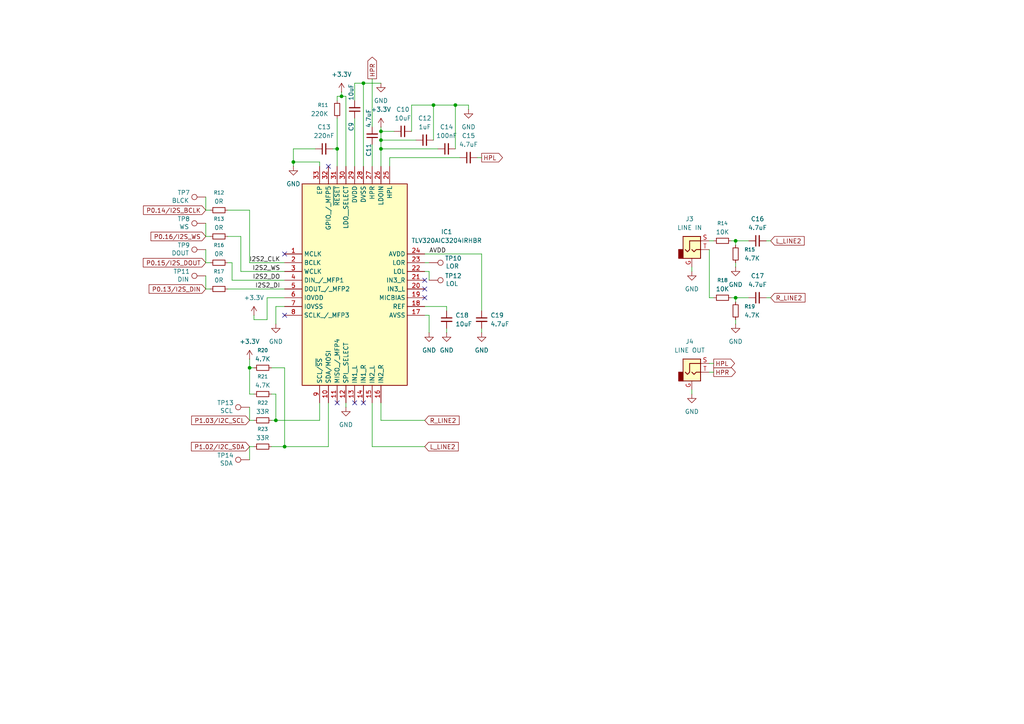
<source format=kicad_sch>
(kicad_sch (version 20250114) (generator "eeschema") (generator_version "9.0")
  (paper "A4")
  (lib_symbols
    (symbol "Connector:TestPoint" (pin_numbers (hide yes)) (pin_names (offset 0.762) (hide yes))
      (property "Reference" "TP" (at 0 6.858 0))
      (property "Value" "TestPoint" (at 0 5.08 0))
      (symbol "TestPoint_0_1"
        (circle (center 0 3.302) (radius 0.762))
      )
      (symbol "TestPoint_1_1"
        (pin passive line (at 0 0 90) (length 2.54) (name "1") (number "1"))
      )
    )
    (symbol "Connector_Audio:AudioJack2_Ground"
      (property "Reference" "J" (at 0 8.89 0))
      (property "Value" "AudioJack2_Ground" (at 0 6.35 0))
      (symbol "AudioJack2_Ground_0_1"
        (rectangle (start -2.54 -2.54) (end -3.81 0) (stroke (width 0.254)) (fill (type outline)))
        (polyline (pts (xy 0 0) (xy 0.635 -0.635) (xy 1.27 0) (xy 2.54 0)) (stroke (width 0.254)))
        (rectangle (start 2.54 3.81) (end -2.54 -2.54) (stroke (width 0.254)) (fill (type background)))
        (polyline (pts (xy 2.54 2.54) (xy -0.635 2.54) (xy -0.635 0) (xy -1.27 -0.635) (xy -1.905 0)) (stroke (width 0.254)))
      )
      (symbol "AudioJack2_Ground_1_1"
        (pin passive line (at 0 -5.08 90) (length 2.54) (name "~") (number "G"))
        (pin passive line (at 5.08 2.54 180) (length 2.54) (name "~") (number "S"))
        (pin passive line (at 5.08 0 180) (length 2.54) (name "~") (number "T"))
      )
    )
    (symbol "Device:C_Small" (pin_numbers (hide yes)) (pin_names (offset 0.254) (hide yes))
      (property "Reference" "C" (at 0.254 1.778 0))
      (property "Value" "C_Small" (at 0.254 -2.032 0))
      (symbol "C_Small_0_1"
        (polyline (pts (xy -1.524 0.508) (xy 1.524 0.508)) (stroke (width 0.3048)))
        (polyline (pts (xy -1.524 -0.508) (xy 1.524 -0.508)) (stroke (width 0.3302)))
      )
      (symbol "C_Small_1_1"
        (pin passive line (at 0 2.54 270) (length 2.032) (name "~") (number "1"))
        (pin passive line (at 0 -2.54 90) (length 2.032) (name "~") (number "2"))
      )
    )
    (symbol "Device:R_Small" (pin_numbers (hide yes)) (pin_names (offset 0.254) (hide yes))
      (property "Reference" "R" (at 0 0 90))
      (property "Value" "R_Small" (at 1.778 0 90))
      (symbol "R_Small_0_1"
        (rectangle (start -0.762 1.778) (end 0.762 -1.778) (stroke (width 0.2032)))
      )
      (symbol "R_Small_1_1"
        (pin passive line (at 0 2.54 270) (length 0.762) (name "~") (number "1"))
        (pin passive line (at 0 -2.54 90) (length 0.762) (name "~") (number "2"))
      )
    )
    (symbol "TLV320AIC3204IRHBR:TLV320AIC3204IRHBR"
      (property "Reference" "IC" (at 36.83 25.4 0))
      (property "Value" "TLV320AIC3204IRHBR" (at 36.83 22.86 0))
      (symbol "TLV320AIC3204IRHBR_1_1"
        (rectangle (start 5.08 20.32) (end 35.56 -38.1) (stroke (width 0.254)) (fill (type background)))
        (pin passive line (at 0 0 0) (length 5.08) (name "MCLK") (number "1"))
        (pin passive line (at 0 -2.54 0) (length 5.08) (name "BCLK") (number "2"))
        (pin passive line (at 0 -5.08 0) (length 5.08) (name "WCLK") (number "3"))
        (pin passive line (at 0 -7.62 0) (length 5.08) (name "DIN_/_MFP1") (number "4"))
        (pin passive line (at 0 -10.16 0) (length 5.08) (name "DOUT_/_MFP2") (number "5"))
        (pin passive line (at 0 -12.7 0) (length 5.08) (name "IOVDD") (number "6"))
        (pin passive line (at 0 -15.24 0) (length 5.08) (name "IOVSS") (number "7"))
        (pin passive line (at 0 -17.78 0) (length 5.08) (name "SCLK_/_MFP3") (number "8"))
        (pin passive line (at 10.16 25.4 270) (length 5.08) (name "EP") (number "33"))
        (pin passive line (at 10.16 -43.18 90) (length 5.08) (name "SCL/~{SS}") (number "9"))
        (pin passive line (at 12.7 25.4 270) (length 5.08) (name "GPIO_/_MFP5") (number "32"))
        (pin passive line (at 12.7 -43.18 90) (length 5.08) (name "SDA/MOSI") (number "10"))
        (pin passive line (at 15.24 25.4 270) (length 5.08) (name "~{RESET}") (number "31"))
        (pin passive line (at 15.24 -43.18 90) (length 5.08) (name "MISO_/_MFP4") (number "11"))
        (pin passive line (at 17.78 25.4 270) (length 5.08) (name "LDO__SELECT") (number "30"))
        (pin passive line (at 17.78 -43.18 90) (length 5.08) (name "SPI__SELECT") (number "12"))
        (pin passive line (at 20.32 25.4 270) (length 5.08) (name "DVDD") (number "29"))
        (pin passive line (at 20.32 -43.18 90) (length 5.08) (name "IN1_L") (number "13"))
        (pin passive line (at 22.86 25.4 270) (length 5.08) (name "DVSS") (number "28"))
        (pin passive line (at 22.86 -43.18 90) (length 5.08) (name "IN1_R") (number "14"))
        (pin passive line (at 25.4 25.4 270) (length 5.08) (name "HPR") (number "27"))
        (pin passive line (at 25.4 -43.18 90) (length 5.08) (name "IN2_L") (number "15"))
        (pin passive line (at 27.94 25.4 270) (length 5.08) (name "LDOIN") (number "26"))
        (pin passive line (at 27.94 -43.18 90) (length 5.08) (name "IN2_R") (number "16"))
        (pin passive line (at 30.48 25.4 270) (length 5.08) (name "HPL") (number "25"))
        (pin passive line (at 40.64 0 180) (length 5.08) (name "AVDD") (number "24"))
        (pin passive line (at 40.64 -2.54 180) (length 5.08) (name "LOR") (number "23"))
        (pin passive line (at 40.64 -5.08 180) (length 5.08) (name "LOL") (number "22"))
        (pin passive line (at 40.64 -7.62 180) (length 5.08) (name "IN3_R") (number "21"))
        (pin passive line (at 40.64 -10.16 180) (length 5.08) (name "IN3_L") (number "20"))
        (pin passive line (at 40.64 -12.7 180) (length 5.08) (name "MICBIAS") (number "19"))
        (pin passive line (at 40.64 -15.24 180) (length 5.08) (name "REF") (number "18"))
        (pin passive line (at 40.64 -17.78 180) (length 5.08) (name "AVSS") (number "17"))
      )
    )
    (symbol "power:+3.3V" (power) (pin_numbers (hide yes)) (pin_names (offset 0) (hide yes))
      (property "Value" "+3.3V" (at 0 3.556 0))
      (symbol "+3.3V_0_1"
        (polyline (pts (xy -0.762 1.27) (xy 0 2.54)))
        (polyline (pts (xy 0 2.54) (xy 0.762 1.27)))
        (polyline (pts (xy 0 0) (xy 0 2.54)))
      )
      (symbol "+3.3V_1_1"
        (pin power_in line (at 0 0 90) (length 0) (name "~") (number "1"))
      )
    )
    (symbol "power:GND" (power) (pin_numbers (hide yes)) (pin_names (offset 0) (hide yes))
      (property "Value" "GND" (at 0 -3.81 0))
      (symbol "GND_0_1"
        (polyline (pts (xy 0 0) (xy 0 -1.27) (xy 1.27 -1.27) (xy 0 -2.54) (xy -1.27 -1.27) (xy 0 -1.27)))
      )
      (symbol "GND_1_1"
        (pin power_in line (at 0 0 270) (length 0) (name "~") (number "1"))
      )
    )
  )
  (junction (at 105.41 24.13))
  (junction (at 99.06 27.94))
  (junction (at 110.49 38.1))
  (junction (at 85.09 46.99))
  (junction (at 80.01 121.92))
  (junction (at 213.36 69.85))
  (junction (at 125.73 30.48))
  (junction (at 110.49 40.64))
  (junction (at 97.79 43.18))
  (junction (at 110.49 43.18))
  (junction (at 72.39 106.68))
  (junction (at 82.55 129.54))
  (junction (at 213.36 86.36))
  (junction (at 132.08 30.48))
  (no_connect (at 102.87 116.84))
  (no_connect (at 82.55 91.44))
  (no_connect (at 123.19 86.36))
  (no_connect (at 82.55 73.66))
  (no_connect (at 95.25 48.26))
  (no_connect (at 123.19 81.28))
  (no_connect (at 97.79 116.84))
  (no_connect (at 123.19 83.82))
  (no_connect (at 105.41 116.84))
  (wire (pts (xy 132.08 30.48) (xy 135.89 30.48)))
  (wire (pts (xy 102.87 34.29) (xy 102.87 48.26)))
  (wire (pts (xy 100.33 27.94) (xy 99.06 27.94)))
  (wire (pts (xy 73.66 92.71) (xy 77.47 92.71)))
  (wire (pts (xy 222.25 86.36) (xy 223.52 86.36)))
  (wire (pts (xy 105.41 24.13) (xy 110.49 24.13)))
  (wire (pts (xy 69.85 78.74) (xy 82.55 78.74)))
  (wire (pts (xy 66.04 60.96) (xy 72.39 60.96)))
  (wire (pts (xy 91.44 43.18) (xy 85.09 43.18)))
  (wire (pts (xy 102.87 29.21) (xy 102.87 24.13)))
  (wire (pts (xy 113.03 45.72) (xy 113.03 48.26)))
  (wire (pts (xy 72.39 114.3) (xy 73.66 114.3)))
  (wire (pts (xy 129.54 95.25) (xy 129.54 96.52)))
  (wire (pts (xy 100.33 116.84) (xy 100.33 118.11)))
  (wire (pts (xy 59.69 68.58) (xy 60.96 68.58)))
  (wire (pts (xy 66.04 76.2) (xy 67.31 76.2)))
  (wire (pts (xy 66.04 68.58) (xy 69.85 68.58)))
  (wire (pts (xy 123.19 76.2) (xy 124.46 76.2)))
  (wire (pts (xy 100.33 48.26) (xy 100.33 27.94)))
  (wire (pts (xy 92.71 46.99) (xy 85.09 46.99)))
  (wire (pts (xy 213.36 76.2) (xy 213.36 77.47)))
  (wire (pts (xy 66.04 83.82) (xy 82.55 83.82)))
  (wire (pts (xy 59.69 64.77) (xy 59.69 68.58)))
  (wire (pts (xy 110.49 40.64) (xy 120.65 40.64)))
  (wire (pts (xy 213.36 92.71) (xy 213.36 93.98)))
  (wire (pts (xy 73.66 91.44) (xy 73.66 92.71)))
  (wire (pts (xy 124.46 78.74) (xy 124.46 81.28)))
  (wire (pts (xy 133.35 45.72) (xy 113.03 45.72)))
  (wire (pts (xy 92.71 48.26) (xy 92.71 46.99)))
  (wire (pts (xy 213.36 86.36) (xy 212.09 86.36)))
  (wire (pts (xy 124.46 91.44) (xy 124.46 96.52)))
  (wire (pts (xy 205.74 69.85) (xy 207.01 69.85)))
  (wire (pts (xy 92.71 121.92) (xy 80.01 121.92)))
  (wire (pts (xy 107.95 22.86) (xy 107.95 36.83)))
  (wire (pts (xy 78.74 106.68) (xy 82.55 106.68)))
  (wire (pts (xy 59.69 80.01) (xy 59.69 83.82)))
  (wire (pts (xy 97.79 48.26) (xy 97.79 43.18)))
  (wire (pts (xy 82.55 106.68) (xy 82.55 129.54)))
  (wire (pts (xy 125.73 30.48) (xy 125.73 40.64)))
  (wire (pts (xy 123.19 73.66) (xy 139.7 73.66)))
  (wire (pts (xy 200.66 77.47) (xy 200.66 78.74)))
  (wire (pts (xy 123.19 78.74) (xy 124.46 78.74)))
  (wire (pts (xy 92.71 116.84) (xy 92.71 121.92)))
  (wire (pts (xy 77.47 86.36) (xy 77.47 92.71)))
  (wire (pts (xy 80.01 88.9) (xy 80.01 93.98)))
  (wire (pts (xy 119.38 30.48) (xy 125.73 30.48)))
  (wire (pts (xy 123.19 129.54) (xy 107.95 129.54)))
  (wire (pts (xy 125.73 30.48) (xy 132.08 30.48)))
  (wire (pts (xy 110.49 36.83) (xy 110.49 38.1)))
  (wire (pts (xy 123.19 88.9) (xy 129.54 88.9)))
  (wire (pts (xy 99.06 27.94) (xy 97.79 27.94)))
  (wire (pts (xy 99.06 26.67) (xy 99.06 27.94)))
  (wire (pts (xy 110.49 43.18) (xy 127 43.18)))
  (wire (pts (xy 82.55 88.9) (xy 80.01 88.9)))
  (wire (pts (xy 82.55 129.54) (xy 78.74 129.54)))
  (wire (pts (xy 213.36 87.63) (xy 213.36 86.36)))
  (wire (pts (xy 59.69 60.96) (xy 60.96 60.96)))
  (wire (pts (xy 95.25 116.84) (xy 95.25 129.54)))
  (wire (pts (xy 72.39 121.92) (xy 73.66 121.92)))
  (wire (pts (xy 123.19 91.44) (xy 124.46 91.44)))
  (wire (pts (xy 110.49 38.1) (xy 114.3 38.1)))
  (wire (pts (xy 213.36 86.36) (xy 217.17 86.36)))
  (wire (pts (xy 205.74 72.39) (xy 205.74 86.36)))
  (wire (pts (xy 72.39 129.54) (xy 72.39 133.35)))
  (wire (pts (xy 59.69 72.39) (xy 59.69 76.2)))
  (wire (pts (xy 213.36 69.85) (xy 217.17 69.85)))
  (wire (pts (xy 59.69 83.82) (xy 60.96 83.82)))
  (wire (pts (xy 97.79 43.18) (xy 96.52 43.18)))
  (wire (pts (xy 85.09 46.99) (xy 85.09 48.26)))
  (wire (pts (xy 85.09 43.18) (xy 85.09 46.99)))
  (wire (pts (xy 97.79 34.29) (xy 97.79 43.18)))
  (wire (pts (xy 123.19 121.92) (xy 110.49 121.92)))
  (wire (pts (xy 80.01 121.92) (xy 78.74 121.92)))
  (wire (pts (xy 67.31 76.2) (xy 67.31 81.28)))
  (wire (pts (xy 80.01 114.3) (xy 80.01 121.92)))
  (wire (pts (xy 205.74 107.95) (xy 207.01 107.95)))
  (wire (pts (xy 139.7 95.25) (xy 139.7 96.52)))
  (wire (pts (xy 205.74 86.36) (xy 207.01 86.36)))
  (wire (pts (xy 72.39 106.68) (xy 73.66 106.68)))
  (wire (pts (xy 59.69 57.15) (xy 59.69 60.96)))
  (wire (pts (xy 110.49 38.1) (xy 110.49 40.64)))
  (wire (pts (xy 132.08 30.48) (xy 132.08 43.18)))
  (wire (pts (xy 138.43 45.72) (xy 139.7 45.72)))
  (wire (pts (xy 72.39 118.11) (xy 72.39 121.92)))
  (wire (pts (xy 222.25 69.85) (xy 223.52 69.85)))
  (wire (pts (xy 213.36 69.85) (xy 213.36 71.12)))
  (wire (pts (xy 67.31 81.28) (xy 82.55 81.28)))
  (wire (pts (xy 139.7 73.66) (xy 139.7 90.17)))
  (wire (pts (xy 72.39 60.96) (xy 72.39 76.2)))
  (wire (pts (xy 59.69 76.2) (xy 60.96 76.2)))
  (wire (pts (xy 110.49 121.92) (xy 110.49 116.84)))
  (wire (pts (xy 105.41 24.13) (xy 105.41 48.26)))
  (wire (pts (xy 78.74 114.3) (xy 80.01 114.3)))
  (wire (pts (xy 135.89 30.48) (xy 135.89 31.75)))
  (wire (pts (xy 110.49 40.64) (xy 110.49 43.18)))
  (wire (pts (xy 72.39 106.68) (xy 72.39 114.3)))
  (wire (pts (xy 72.39 76.2) (xy 82.55 76.2)))
  (wire (pts (xy 77.47 86.36) (xy 82.55 86.36)))
  (wire (pts (xy 107.95 129.54) (xy 107.95 116.84)))
  (wire (pts (xy 200.66 113.03) (xy 200.66 114.3)))
  (wire (pts (xy 72.39 129.54) (xy 73.66 129.54)))
  (wire (pts (xy 119.38 38.1) (xy 119.38 30.48)))
  (wire (pts (xy 110.49 43.18) (xy 110.49 48.26)))
  (wire (pts (xy 212.09 69.85) (xy 213.36 69.85)))
  (wire (pts (xy 97.79 27.94) (xy 97.79 29.21)))
  (wire (pts (xy 69.85 68.58) (xy 69.85 78.74)))
  (wire (pts (xy 205.74 105.41) (xy 207.01 105.41)))
  (wire (pts (xy 72.39 104.14) (xy 72.39 106.68)))
  (wire (pts (xy 95.25 129.54) (xy 82.55 129.54)))
  (wire (pts (xy 107.95 41.91) (xy 107.95 48.26)))
  (wire (pts (xy 102.87 24.13) (xy 105.41 24.13)))
  (wire (pts (xy 129.54 88.9) (xy 129.54 90.17)))
  (label "I2S2_WS" (at 81.28 78.74 180))
  (label "I2S2_CLK" (at 81.28 76.2 180))
  (label "AVDD" (at 124.46 73.66 0))
  (label "I2S2_DI" (at 81.28 83.82 180))
  (label "I2S2_DO" (at 81.28 81.28 180))
  (global_label "P1.02{slash}I2C_SDA" (shape input) (at 72.39 129.54 180) (property "Intersheetrefs" "${INTERSHEET_REFS}" (effects (hide yes))))
  (global_label "P1.03{slash}I2C_SCL" (shape input) (at 72.39 121.92 180) (property "Intersheetrefs" "${INTERSHEET_REFS}" (effects (hide yes))))
  (global_label "R_LINE2" (shape input) (at 223.52 86.36 0) (property "Intersheetrefs" "${INTERSHEET_REFS}" (effects (hide yes))))
  (global_label "L_LINE2" (shape input) (at 223.52 69.85 0) (property "Intersheetrefs" "${INTERSHEET_REFS}" (effects (hide yes))))
  (global_label "HPR" (shape output) (at 107.95 22.86 90) (property "Intersheetrefs" "${INTERSHEET_REFS}" (effects (hide yes))))
  (global_label "L_LINE2" (shape input) (at 123.19 129.54 0) (property "Intersheetrefs" "${INTERSHEET_REFS}" (effects (hide yes))))
  (global_label "P0.14{slash}I2S_BCLK" (shape input) (at 59.69 60.96 180) (property "Intersheetrefs" "${INTERSHEET_REFS}" (effects (hide yes))))
  (global_label "P0.13{slash}I2S_DIN" (shape input) (at 59.69 83.82 180) (property "Intersheetrefs" "${INTERSHEET_REFS}" (effects (hide yes))))
  (global_label "R_LINE2" (shape input) (at 123.19 121.92 0) (property "Intersheetrefs" "${INTERSHEET_REFS}" (effects (hide yes))))
  (global_label "HPL" (shape output) (at 139.7 45.72 0) (property "Intersheetrefs" "${INTERSHEET_REFS}" (effects (hide yes))))
  (global_label "P0.15{slash}I2S_DOUT" (shape input) (at 59.69 76.2 180) (property "Intersheetrefs" "${INTERSHEET_REFS}" (effects (hide yes))))
  (global_label "HPL" (shape output) (at 207.01 105.41 0) (property "Intersheetrefs" "${INTERSHEET_REFS}" (effects (hide yes))))
  (global_label "HPR" (shape output) (at 207.01 107.95 0) (property "Intersheetrefs" "${INTERSHEET_REFS}" (effects (hide yes))))
  (global_label "P0.16{slash}I2S_WS" (shape input) (at 59.69 68.58 180) (property "Intersheetrefs" "${INTERSHEET_REFS}" (effects (hide yes))))
  (symbol (lib_id "Device:R_Small") (at 76.2 129.54 90) (unit 1)
    (property "Reference" "R23" (at 76.2 124.46 90) (effects (font (size 1.016 1.016))))
    (property "Value" "33R" (at 76.2 127 90))
    (property "Footprint" "Resistor_SMD:R_0603_1608Metric_Pad0.98x0.95mm_HandSolder" (effects (hide yes)))
    (property "Description" "Resistor, small symbol" (effects (hide yes)))
  )
  (symbol (lib_id "Device:C_Small") (at 93.98 43.18 90) (unit 1)
    (property "Reference" "C13" (at 93.9863 36.83 90))
    (property "Value" "220nF" (at 93.9863 39.37 90))
    (property "Footprint" "Capacitor_SMD:C_0603_1608Metric_Pad1.08x0.95mm_HandSolder" (effects (hide yes)))
    (property "Description" "Unpolarized capacitor, small symbol" (effects (hide yes)))
  )
  (symbol (lib_id "power:GND") (at 85.09 48.26 0) (unit 1)
    (property "Reference" "#PWR024" (effects (hide yes)))
    (property "Value" "GND" (at 85.09 53.34 0))
    (property "Description" "Power symbol creates a global label with name \"GND\" , ground" (effects (hide yes)))
  )
  (symbol (lib_id "Device:R_Small") (at 63.5 83.82 90) (unit 1)
    (property "Reference" "R17" (at 63.5 78.74 90) (effects (font (size 1.016 1.016))))
    (property "Value" "0R" (at 63.5 81.28 90))
    (property "Footprint" "Resistor_SMD:R_0603_1608Metric_Pad0.98x0.95mm_HandSolder" (effects (hide yes)))
    (property "Description" "Resistor, small symbol" (effects (hide yes)))
  )
  (symbol (lib_id "Connector:TestPoint") (at 59.69 64.77 90) (unit 1)
    (property "Reference" "TP8" (at 55.118 63.5 90) (effects (justify left)))
    (property "Value" "WS" (at 54.864 65.786 90) (effects (justify left)))
    (property "Footprint" "TestPoint:TestPoint_THTPad_1.0x1.0mm_Drill0.5mm" (effects (hide yes)))
    (property "Description" "test point" (effects (hide yes)))
  )
  (symbol (lib_id "Device:R_Small") (at 63.5 60.96 90) (unit 1)
    (property "Reference" "R12" (at 63.5 55.88 90) (effects (font (size 1.016 1.016))))
    (property "Value" "0R" (at 63.5 58.42 90))
    (property "Footprint" "Resistor_SMD:R_0603_1608Metric_Pad0.98x0.95mm_HandSolder" (effects (hide yes)))
    (property "Description" "Resistor, small symbol" (effects (hide yes)))
  )
  (symbol (lib_id "power:+3.3V") (at 72.39 104.14 0) (unit 1)
    (property "Reference" "#PWR033" (effects (hide yes)))
    (property "Value" "+3.3V" (at 72.39 99.06 0))
    (property "Description" "Power symbol creates a global label with name \"+3.3V\"" (effects (hide yes)))
  )
  (symbol (lib_id "Connector:TestPoint") (at 59.69 80.01 90) (unit 1)
    (property "Reference" "TP11" (at 55.118 78.74 90) (effects (justify left)))
    (property "Value" "DIN" (at 54.864 81.026 90) (effects (justify left)))
    (property "Footprint" "TestPoint:TestPoint_THTPad_1.0x1.0mm_Drill0.5mm" (effects (hide yes)))
    (property "Description" "test point" (effects (hide yes)))
  )
  (symbol (lib_id "Device:R_Small") (at 63.5 68.58 90) (unit 1)
    (property "Reference" "R13" (at 63.5 63.5 90) (effects (font (size 1.016 1.016))))
    (property "Value" "0R" (at 63.5 66.04 90))
    (property "Footprint" "Resistor_SMD:R_0603_1608Metric_Pad0.98x0.95mm_HandSolder" (effects (hide yes)))
    (property "Description" "Resistor, small symbol" (effects (hide yes)))
  )
  (symbol (lib_id "Device:C_Small") (at 107.95 39.37 180) (unit 1)
    (property "Reference" "C11" (at 106.934 45.466 90) (effects (justify right)))
    (property "Value" "4.7uF" (at 106.934 37.084 90) (effects (justify right)))
    (property "Footprint" "Capacitor_SMD:C_0603_1608Metric_Pad1.08x0.95mm_HandSolder" (effects (hide yes)))
    (property "Description" "Unpolarized capacitor, small symbol" (effects (hide yes)))
  )
  (symbol (lib_id "power:GND") (at 139.7 96.52 0) (unit 1)
    (property "Reference" "#PWR032" (effects (hide yes)))
    (property "Value" "GND" (at 139.7 101.6 0))
    (property "Description" "Power symbol creates a global label with name \"GND\" , ground" (effects (hide yes)))
  )
  (symbol (lib_id "Device:C_Small") (at 139.7 92.71 0) (unit 1)
    (property "Reference" "C19" (at 142.24 91.4462 0) (effects (justify left)))
    (property "Value" "4.7uF" (at 142.24 93.9862 0) (effects (justify left)))
    (property "Footprint" "Capacitor_SMD:C_0603_1608Metric_Pad1.08x0.95mm_HandSolder" (effects (hide yes)))
    (property "Description" "Unpolarized capacitor, small symbol" (effects (hide yes)))
  )
  (symbol (lib_id "Connector_Audio:AudioJack2_Ground") (at 200.66 72.39 0) (unit 1)
    (property "Reference" "J3" (at 200.025 63.5 0))
    (property "Value" "LINE IN" (at 200.025 66.04 0))
    (property "Footprint" "XKB_PJ-3200:XKB_PJ-3200" (effects (hide yes)))
    (property "Description" "Audio Jack, 2 Poles (Mono / TS), Grounded Sleeve" (effects (hide yes)))
  )
  (symbol (lib_id "Device:R_Small") (at 63.5 76.2 90) (unit 1)
    (property "Reference" "R16" (at 63.5 71.12 90) (effects (font (size 1.016 1.016))))
    (property "Value" "0R" (at 63.5 73.66 90))
    (property "Footprint" "Resistor_SMD:R_0603_1608Metric_Pad0.98x0.95mm_HandSolder" (effects (hide yes)))
    (property "Description" "Resistor, small symbol" (effects (hide yes)))
  )
  (symbol (lib_id "Device:R_Small") (at 213.36 90.17 0) (unit 1)
    (property "Reference" "R19" (at 215.9 88.8999 0) (effects (font (size 1.016 1.016)) (justify left)))
    (property "Value" "4.7K" (at 215.9 91.4399 0) (effects (justify left)))
    (property "Footprint" "Resistor_SMD:R_0603_1608Metric_Pad0.98x0.95mm_HandSolder" (effects (hide yes)))
    (property "Description" "Resistor, small symbol" (effects (hide yes)))
  )
  (symbol (lib_id "Device:C_Small") (at 116.84 38.1 90) (unit 1)
    (property "Reference" "C10" (at 116.8463 31.75 90))
    (property "Value" "10uF" (at 116.8463 34.29 90))
    (property "Footprint" "Capacitor_SMD:C_0603_1608Metric_Pad1.08x0.95mm_HandSolder" (effects (hide yes)))
    (property "Description" "Unpolarized capacitor, small symbol" (effects (hide yes)))
  )
  (symbol (lib_id "Connector:TestPoint") (at 124.46 76.2 270) (mirror x) (unit 1)
    (property "Reference" "TP10" (at 129.032 74.93 90) (effects (justify left)))
    (property "Value" "LOR" (at 129.286 77.216 90) (effects (justify left)))
    (property "Footprint" "TestPoint:TestPoint_THTPad_1.0x1.0mm_Drill0.5mm" (effects (hide yes)))
    (property "Description" "test point" (effects (hide yes)))
  )
  (symbol (lib_id "Device:R_Small") (at 76.2 106.68 90) (unit 1)
    (property "Reference" "R20" (at 76.2 101.6 90) (effects (font (size 1.016 1.016))))
    (property "Value" "4.7K" (at 76.2 104.14 90))
    (property "Footprint" "Resistor_SMD:R_0603_1608Metric_Pad0.98x0.95mm_HandSolder" (effects (hide yes)))
    (property "Description" "Resistor, small symbol" (effects (hide yes)))
  )
  (symbol (lib_id "Device:C_Small") (at 135.89 45.72 90) (unit 1)
    (property "Reference" "C15" (at 135.8963 39.37 90))
    (property "Value" "4.7uF" (at 135.8963 41.91 90))
    (property "Footprint" "Capacitor_SMD:C_0603_1608Metric_Pad1.08x0.95mm_HandSolder" (effects (hide yes)))
    (property "Description" "Unpolarized capacitor, small symbol" (effects (hide yes)))
  )
  (symbol (lib_id "power:+3.3V") (at 110.49 36.83 0) (unit 1)
    (property "Reference" "#PWR023" (effects (hide yes)))
    (property "Value" "+3.3V" (at 110.49 31.75 0))
    (property "Description" "Power symbol creates a global label with name \"+3.3V\"" (effects (hide yes)))
  )
  (symbol (lib_id "power:GND") (at 213.36 93.98 0) (unit 1)
    (property "Reference" "#PWR029" (effects (hide yes)))
    (property "Value" "GND" (at 213.36 99.06 0))
    (property "Description" "Power symbol creates a global label with name \"GND\" , ground" (effects (hide yes)))
  )
  (symbol (lib_id "power:GND") (at 100.33 118.11 0) (unit 1)
    (property "Reference" "#PWR035" (effects (hide yes)))
    (property "Value" "GND" (at 100.33 123.19 0))
    (property "Description" "Power symbol creates a global label with name \"GND\" , ground" (effects (hide yes)))
  )
  (symbol (lib_id "Connector:TestPoint") (at 124.46 81.28 270) (mirror x) (unit 1)
    (property "Reference" "TP12" (at 129.032 80.01 90) (effects (justify left)))
    (property "Value" "LOL" (at 129.286 82.296 90) (effects (justify left)))
    (property "Footprint" "TestPoint:TestPoint_THTPad_1.0x1.0mm_Drill0.5mm" (effects (hide yes)))
    (property "Description" "test point" (effects (hide yes)))
  )
  (symbol (lib_id "Device:C_Small") (at 129.54 43.18 90) (unit 1)
    (property "Reference" "C14" (at 129.5463 36.83 90))
    (property "Value" "100nF" (at 129.5463 39.37 90))
    (property "Footprint" "Capacitor_SMD:C_0603_1608Metric_Pad1.08x0.95mm_HandSolder" (effects (hide yes)))
    (property "Description" "Unpolarized capacitor, small symbol" (effects (hide yes)))
  )
  (symbol (lib_id "power:+3.3V") (at 73.66 91.44 0) (unit 1)
    (property "Reference" "#PWR027" (effects (hide yes)))
    (property "Value" "+3.3V" (at 73.66 86.36 0))
    (property "Description" "Power symbol creates a global label with name \"+3.3V\"" (effects (hide yes)))
  )
  (symbol (lib_id "Device:C_Small") (at 129.54 92.71 0) (unit 1)
    (property "Reference" "C18" (at 132.08 91.4462 0) (effects (justify left)))
    (property "Value" "10uF" (at 132.08 93.9862 0) (effects (justify left)))
    (property "Footprint" "Capacitor_SMD:C_0603_1608Metric_Pad1.08x0.95mm_HandSolder" (effects (hide yes)))
    (property "Description" "Unpolarized capacitor, small symbol" (effects (hide yes)))
  )
  (symbol (lib_id "Connector_Audio:AudioJack2_Ground") (at 200.66 107.95 0) (unit 1)
    (property "Reference" "J4" (at 200.025 99.06 0))
    (property "Value" "LINE OUT" (at 200.025 101.6 0))
    (property "Footprint" "XKB_PJ-3200:XKB_PJ-3200" (effects (hide yes)))
    (property "Description" "Audio Jack, 2 Poles (Mono / TS), Grounded Sleeve" (effects (hide yes)))
  )
  (symbol (lib_id "Device:C_Small") (at 219.71 69.85 90) (unit 1)
    (property "Reference" "C16" (at 219.7163 63.5 90))
    (property "Value" "4.7uF" (at 219.7163 66.04 90))
    (property "Footprint" "Capacitor_SMD:C_0603_1608Metric_Pad1.08x0.95mm_HandSolder" (effects (hide yes)))
    (property "Description" "Unpolarized capacitor, small symbol" (effects (hide yes)))
  )
  (symbol (lib_id "power:+3.3V") (at 99.06 26.67 0) (unit 1)
    (property "Reference" "#PWR021" (effects (hide yes)))
    (property "Value" "+3.3V" (at 99.06 21.59 0))
    (property "Description" "Power symbol creates a global label with name \"+3.3V\"" (effects (hide yes)))
  )
  (symbol (lib_id "Device:R_Small") (at 209.55 86.36 270) (unit 1)
    (property "Reference" "R18" (at 209.55 81.28 90) (effects (font (size 1.016 1.016))))
    (property "Value" "10K" (at 209.55 83.82 90))
    (property "Footprint" "Resistor_SMD:R_0603_1608Metric_Pad0.98x0.95mm_HandSolder" (effects (hide yes)))
    (property "Description" "Resistor, small symbol" (effects (hide yes)))
  )
  (symbol (lib_id "Device:R_Small") (at 213.36 73.66 0) (unit 1)
    (property "Reference" "R15" (at 215.9 72.3899 0) (effects (font (size 1.016 1.016)) (justify left)))
    (property "Value" "4.7K" (at 215.9 74.9299 0) (effects (justify left)))
    (property "Footprint" "Resistor_SMD:R_0603_1608Metric_Pad0.98x0.95mm_HandSolder" (effects (hide yes)))
    (property "Description" "Resistor, small symbol" (effects (hide yes)))
  )
  (symbol (lib_id "Connector:TestPoint") (at 59.69 72.39 90) (unit 1)
    (property "Reference" "TP9" (at 55.118 71.12 90) (effects (justify left)))
    (property "Value" "DOUT" (at 54.864 73.406 90) (effects (justify left)))
    (property "Footprint" "TestPoint:TestPoint_THTPad_1.0x1.0mm_Drill0.5mm" (effects (hide yes)))
    (property "Description" "test point" (effects (hide yes)))
  )
  (symbol (lib_id "power:GND") (at 213.36 77.47 0) (unit 1)
    (property "Reference" "#PWR025" (effects (hide yes)))
    (property "Value" "GND" (at 213.36 82.55 0))
    (property "Description" "Power symbol creates a global label with name \"GND\" , ground" (effects (hide yes)))
  )
  (symbol (lib_id "power:GND") (at 129.54 96.52 0) (unit 1)
    (property "Reference" "#PWR031" (effects (hide yes)))
    (property "Value" "GND" (at 129.54 101.6 0))
    (property "Description" "Power symbol creates a global label with name \"GND\" , ground" (effects (hide yes)))
  )
  (symbol (lib_id "TLV320AIC3204IRHBR:TLV320AIC3204IRHBR") (at 82.55 73.66 0) (unit 1)
    (property "Reference" "IC1" (at 129.54 67.2398 0))
    (property "Value" "TLV320AIC3204IRHBR" (at 129.54 69.7798 0))
    (property "Footprint" "TLV320AIC3204IRHBR:QFN50P500X500X100-33N-D" (effects (hide yes)))
    (property "Datasheet" "http://www.ti.com/lit/gpn/tlv320aic3204" (effects (hide yes)))
    (property "Description" "Very-Low-Power Stereo Audio CODEC With PowerTune Technology" (effects (hide yes)))
    (property "Height" "1" (effects (hide yes)))
    (property "Mouser Part Number" "595-V320AIC3204IRHBR" (effects (hide yes)))
    (property "Mouser Price/Stock" "https://www.mouser.co.uk/ProductDetail/Texas-Instruments/TLV320AIC3204IRHBR?qs=QJfls%252B0L4ChDpvXOhuEdtQ%3D%3D" (effects (hide yes)))
    (property "Manufacturer_Name" "Texas Instruments" (effects (hide yes)))
    (property "Manufacturer_Part_Number" "TLV320AIC3204IRHBR" (effects (hide yes)))
  )
  (symbol (lib_id "Device:R_Small") (at 209.55 69.85 270) (unit 1)
    (property "Reference" "R14" (at 209.55 64.77 90) (effects (font (size 1.016 1.016))))
    (property "Value" "10K" (at 209.55 67.31 90))
    (property "Footprint" "Resistor_SMD:R_0603_1608Metric_Pad0.98x0.95mm_HandSolder" (effects (hide yes)))
    (property "Description" "Resistor, small symbol" (effects (hide yes)))
  )
  (symbol (lib_id "power:GND") (at 200.66 78.74 0) (unit 1)
    (property "Reference" "#PWR026" (effects (hide yes)))
    (property "Value" "GND" (at 200.66 83.82 0))
    (property "Description" "Power symbol creates a global label with name \"GND\" , ground" (effects (hide yes)))
  )
  (symbol (lib_id "Device:R_Small") (at 76.2 114.3 90) (unit 1)
    (property "Reference" "R21" (at 76.2 109.22 90) (effects (font (size 1.016 1.016))))
    (property "Value" "4.7K" (at 76.2 111.76 90))
    (property "Footprint" "Resistor_SMD:R_0603_1608Metric_Pad0.98x0.95mm_HandSolder" (effects (hide yes)))
    (property "Description" "Resistor, small symbol" (effects (hide yes)))
  )
  (symbol (lib_id "Connector:TestPoint") (at 72.39 133.35 90) (unit 1)
    (property "Reference" "TP14" (at 67.818 132.08 90) (effects (justify left)))
    (property "Value" "SDA" (at 67.564 134.366 90) (effects (justify left)))
    (property "Footprint" "TestPoint:TestPoint_THTPad_1.0x1.0mm_Drill0.5mm" (effects (hide yes)))
    (property "Description" "test point" (effects (hide yes)))
  )
  (symbol (lib_id "Device:R_Small") (at 76.2 121.92 90) (unit 1)
    (property "Reference" "R22" (at 76.2 116.84 90) (effects (font (size 1.016 1.016))))
    (property "Value" "33R" (at 76.2 119.38 90))
    (property "Footprint" "Resistor_SMD:R_0603_1608Metric_Pad0.98x0.95mm_HandSolder" (effects (hide yes)))
    (property "Description" "Resistor, small symbol" (effects (hide yes)))
  )
  (symbol (lib_id "power:GND") (at 110.49 24.13 0) (unit 1)
    (property "Reference" "#PWR020" (effects (hide yes)))
    (property "Value" "GND" (at 110.49 29.21 0))
    (property "Description" "Power symbol creates a global label with name \"GND\" , ground" (effects (hide yes)))
  )
  (symbol (lib_id "Device:R_Small") (at 97.79 31.75 0) (mirror x) (unit 1)
    (property "Reference" "R11" (at 95.25 30.4799 0) (effects (font (size 1.016 1.016)) (justify right)))
    (property "Value" "220K" (at 95.25 33.0199 0) (effects (justify right)))
    (property "Footprint" "Resistor_SMD:R_0603_1608Metric_Pad0.98x0.95mm_HandSolder" (effects (hide yes)))
    (property "Description" "Resistor, small symbol" (effects (hide yes)))
  )
  (symbol (lib_id "power:GND") (at 80.01 93.98 0) (unit 1)
    (property "Reference" "#PWR028" (effects (hide yes)))
    (property "Value" "GND" (at 80.01 99.06 0))
    (property "Description" "Power symbol creates a global label with name \"GND\" , ground" (effects (hide yes)))
  )
  (symbol (lib_id "power:GND") (at 200.66 114.3 0) (unit 1)
    (property "Reference" "#PWR034" (effects (hide yes)))
    (property "Value" "GND" (at 200.66 119.38 0))
    (property "Description" "Power symbol creates a global label with name \"GND\" , ground" (effects (hide yes)))
  )
  (symbol (lib_id "Connector:TestPoint") (at 59.69 57.15 90) (unit 1)
    (property "Reference" "TP7" (at 55.118 55.88 90) (effects (justify left)))
    (property "Value" "BLCK" (at 54.864 58.166 90) (effects (justify left)))
    (property "Footprint" "TestPoint:TestPoint_THTPad_1.0x1.0mm_Drill0.5mm" (effects (hide yes)))
    (property "Description" "test point" (effects (hide yes)))
  )
  (symbol (lib_id "Device:C_Small") (at 219.71 86.36 90) (unit 1)
    (property "Reference" "C17" (at 219.7163 80.01 90))
    (property "Value" "4.7uF" (at 219.7163 82.55 90))
    (property "Footprint" "Capacitor_SMD:C_0603_1608Metric_Pad1.08x0.95mm_HandSolder" (effects (hide yes)))
    (property "Description" "Unpolarized capacitor, small symbol" (effects (hide yes)))
  )
  (symbol (lib_id "Connector:TestPoint") (at 72.39 118.11 90) (unit 1)
    (property "Reference" "TP13" (at 67.818 116.84 90) (effects (justify left)))
    (property "Value" "SCL" (at 67.564 119.126 90) (effects (justify left)))
    (property "Footprint" "TestPoint:TestPoint_THTPad_1.0x1.0mm_Drill0.5mm" (effects (hide yes)))
    (property "Description" "test point" (effects (hide yes)))
  )
  (symbol (lib_id "power:GND") (at 124.46 96.52 0) (unit 1)
    (property "Reference" "#PWR030" (effects (hide yes)))
    (property "Value" "GND" (at 124.46 101.6 0))
    (property "Description" "Power symbol creates a global label with name \"GND\" , ground" (effects (hide yes)))
  )
  (symbol (lib_id "Device:C_Small") (at 123.19 40.64 90) (unit 1)
    (property "Reference" "C12" (at 123.1963 34.29 90))
    (property "Value" "1uF" (at 123.1963 36.83 90))
    (property "Footprint" "Capacitor_SMD:C_0603_1608Metric_Pad1.08x0.95mm_HandSolder" (effects (hide yes)))
    (property "Description" "Unpolarized capacitor, small symbol" (effects (hide yes)))
  )
  (symbol (lib_id "Device:C_Small") (at 102.87 31.75 180) (unit 1)
    (property "Reference" "C9" (at 101.854 38.1 90) (effects (justify right)))
    (property "Value" "10uF" (at 101.854 29.21 90) (effects (justify right)))
    (property "Footprint" "Capacitor_SMD:C_0603_1608Metric_Pad1.08x0.95mm_HandSolder" (effects (hide yes)))
    (property "Description" "Unpolarized capacitor, small symbol" (effects (hide yes)))
  )
  (symbol (lib_id "power:GND") (at 135.89 31.75 0) (unit 1)
    (property "Reference" "#PWR022" (effects (hide yes)))
    (property "Value" "GND" (at 135.89 36.83 0))
    (property "Description" "Power symbol creates a global label with name \"GND\" , ground" (effects (hide yes)))
  )
)
</source>
